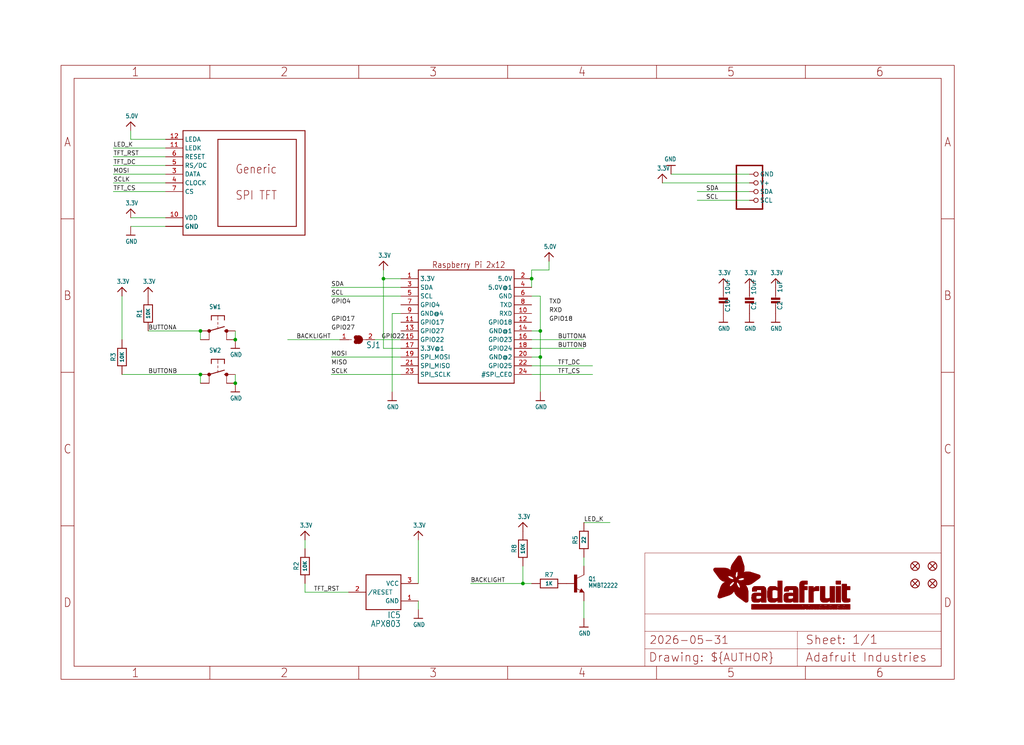
<source format=kicad_sch>
(kicad_sch (version 20230121) (generator eeschema)
  (paper "User" 298.45 217.322)
  (lib_symbols
    (symbol "working-eagle-import:3.3V" (power)
      (property "Value" "3.3V" (at -1.524 1.016 0))
      (symbol "3.3V_1_0"
        (pin power_in line (at 0 -2.54 90) (length 2.54) (name "3.3V") (number "1"))
      )
    )
    (symbol "working-eagle-import:5.0V" (power)
      (property "Value" "5.0V" (at -1.524 1.016 0))
      (symbol "5.0V_1_0"
        (pin power_in line (at 0 -2.54 90) (length 2.54) (name "5.0V") (number "1"))
      )
    )
    (symbol "working-eagle-import:AXP083-SAG"
      (property "Reference" "IC" (at -5.08 -7.62 0))
      (symbol "AXP083-SAG_1_0"
        (pin power_in line (at -10.16 -2.54 0) (length 5.08) (name "GND") (number "1"))
        (pin output line (at 10.16 0 180) (length 5.08) (name "/RESET") (number "2"))
        (pin power_in line (at -10.16 2.54 0) (length 5.08) (name "VCC") (number "3"))
      )
    )
    (symbol "working-eagle-import:CAP_CERAMIC0603_NO"
      (property "Reference" "C" (at -2.29 1.25 90))
      (symbol "CAP_CERAMIC0603_NO_1_0"
        (pin passive line (at 0 5.08 270) (length 2.54) (name "1") (number "1"))
        (pin passive line (at 0 -2.54 90) (length 2.54) (name "2") (number "2"))
      )
    )
    (symbol "working-eagle-import:CAP_CERAMIC0805-NOOUTLINE"
      (property "Reference" "C" (at -2.29 1.25 90))
      (symbol "CAP_CERAMIC0805-NOOUTLINE_1_0"
        (pin passive line (at 0 5.08 270) (length 2.54) (name "1") (number "1"))
        (pin passive line (at 0 -2.54 90) (length 2.54) (name "2") (number "2"))
      )
    )
    (symbol "working-eagle-import:DISP_LCD_GENERIC_SPI_1.14IN_13P"
      (symbol "DISP_LCD_GENERIC_SPI_1.14IN_13P_1_0"
        (text "Generic" (at -5.08 2.54 0) (effects (font (size 2.54 2.159)) (justify left bottom)))
        (text "SPI TFT" (at -5.08 -5.08 0) (effects (font (size 2.54 2.159)) (justify left bottom)))
        (pin power_in line (at -25.4 -10.16 0) (length 5.08) (name "VDD") (number "10"))
        (pin input line (at -25.4 10.16 0) (length 5.08) (name "LEDK") (number "11"))
        (pin input line (at -25.4 12.7 0) (length 5.08) (name "LEDA") (number "12"))
        (pin power_in line (at -25.4 -12.7 0) (length 5.08) (name "GND") (number "13"))
        (pin bidirectional line (at -25.4 2.54 0) (length 5.08) (name "DATA") (number "3"))
        (pin input line (at -25.4 0 0) (length 5.08) (name "CLOCK") (number "4"))
        (pin input line (at -25.4 5.08 0) (length 5.08) (name "RS/DC") (number "5"))
        (pin input line (at -25.4 7.62 0) (length 5.08) (name "RESET") (number "6"))
        (pin input line (at -25.4 -2.54 0) (length 5.08) (name "CS") (number "7"))
        (pin power_in line (at -25.4 -12.7 0) (length 5.08) (name "GND") (number "8"))
      )
    )
    (symbol "working-eagle-import:FIDUCIAL_1MM")
    (symbol "working-eagle-import:FRAME_A4_ADAFRUIT"
      (symbol "FRAME_A4_ADAFRUIT_1_0"
        (text "${#}/${##}" (at 230.505 10.16 0) (effects (font (size 2.54 2.54)) (justify left bottom)))
        (text "${AUTHOR}" (at 189.23 5.08 0) (effects (font (size 2.286 2.286)) (justify left bottom)))
        (text "${CURRENT_DATE}" (at 171.45 10.16 0) (effects (font (size 2.286 2.286)) (justify left bottom)))
        (text "${PROJECTNAME}" (at 171.45 15.24 0) (effects (font (size 2.54 2.54)) (justify left bottom)))
        (text "1" (at 21.6958 1.905 0) (effects (font (size 2.54 2.286))))
        (text "1" (at 21.6958 177.165 0) (effects (font (size 2.54 2.286))))
        (text "2" (at 65.0875 1.905 0) (effects (font (size 2.54 2.286))))
        (text "2" (at 65.0875 177.165 0) (effects (font (size 2.54 2.286))))
        (text "3" (at 108.4792 1.905 0) (effects (font (size 2.54 2.286))))
        (text "3" (at 108.4792 177.165 0) (effects (font (size 2.54 2.286))))
        (text "4" (at 151.8708 1.905 0) (effects (font (size 2.54 2.286))))
        (text "4" (at 151.8708 177.165 0) (effects (font (size 2.54 2.286))))
        (text "5" (at 195.2625 1.905 0) (effects (font (size 2.54 2.286))))
        (text "5" (at 195.2625 177.165 0) (effects (font (size 2.54 2.286))))
        (text "6" (at 238.6542 1.905 0) (effects (font (size 2.54 2.286))))
        (text "6" (at 238.6542 177.165 0) (effects (font (size 2.54 2.286))))
        (text "A" (at 1.905 156.6863 0) (effects (font (size 2.54 2.286))))
        (text "A" (at 258.445 156.6863 0) (effects (font (size 2.54 2.286))))
        (text "Adafruit Industries" (at 216.916 4.953 0) (effects (font (size 2.54 2.54)) (justify left bottom)))
        (text "B" (at 1.905 111.9188 0) (effects (font (size 2.54 2.286))))
        (text "B" (at 258.445 111.9188 0) (effects (font (size 2.54 2.286))))
        (text "C" (at 1.905 67.1513 0) (effects (font (size 2.54 2.286))))
        (text "C" (at 258.445 67.1513 0) (effects (font (size 2.54 2.286))))
        (text "D" (at 1.905 22.3838 0) (effects (font (size 2.54 2.286))))
        (text "D" (at 258.445 22.3838 0) (effects (font (size 2.54 2.286))))
        (text "Drawing:" (at 171.196 4.953 0) (effects (font (size 2.54 2.54)) (justify left bottom)))
        (text "Sheet:" (at 216.916 10.033 0) (effects (font (size 2.54 2.54)) (justify left bottom)))
      )
    )
    (symbol "working-eagle-import:GND" (power)
      (property "Value" "GND" (at -1.524 -2.54 0))
      (symbol "GND_1_0"
        (pin power_in line (at 0 2.54 270) (length 2.54) (name "GND") (number "1"))
      )
    )
    (symbol "working-eagle-import:RASPBERRYPI_2X12_THMSMT"
      (symbol "RASPBERRYPI_2X12_THMSMT_1_0"
        (text "Raspberry Pi 2x12" (at 12.7 17.78 0) (effects (font (size 1.778 1.5113)) (justify right top)))
        (pin power_in line (at -17.78 12.7 0) (length 5.08) (name "3.3V") (number "1"))
        (pin bidirectional line (at 20.32 2.54 180) (length 5.08) (name "RXD") (number "10"))
        (pin bidirectional line (at -17.78 0 0) (length 5.08) (name "GPIO17") (number "11"))
        (pin bidirectional line (at 20.32 0 180) (length 5.08) (name "GPIO18") (number "12"))
        (pin bidirectional line (at -17.78 -2.54 0) (length 5.08) (name "GPIO27") (number "13"))
        (pin power_in line (at 20.32 -2.54 180) (length 5.08) (name "GND@1") (number "14"))
        (pin bidirectional line (at -17.78 -5.08 0) (length 5.08) (name "GPIO22") (number "15"))
        (pin bidirectional line (at 20.32 -5.08 180) (length 5.08) (name "GPIO23") (number "16"))
        (pin power_in line (at -17.78 -7.62 0) (length 5.08) (name "3.3V@1") (number "17"))
        (pin bidirectional line (at 20.32 -7.62 180) (length 5.08) (name "GPIO24") (number "18"))
        (pin bidirectional line (at -17.78 -10.16 0) (length 5.08) (name "SPI_MOSI") (number "19"))
        (pin power_in line (at 20.32 12.7 180) (length 5.08) (name "5.0V") (number "2"))
        (pin power_in line (at 20.32 -10.16 180) (length 5.08) (name "GND@2") (number "20"))
        (pin bidirectional line (at -17.78 -12.7 0) (length 5.08) (name "SPI_MISO") (number "21"))
        (pin bidirectional line (at 20.32 -12.7 180) (length 5.08) (name "GPIO25") (number "22"))
        (pin bidirectional line (at -17.78 -15.24 0) (length 5.08) (name "SPI_SCLK") (number "23"))
        (pin bidirectional line (at 20.32 -15.24 180) (length 5.08) (name "#SPI_CE0") (number "24"))
        (pin bidirectional line (at -17.78 10.16 0) (length 5.08) (name "SDA") (number "3"))
        (pin power_in line (at 20.32 10.16 180) (length 5.08) (name "5.0V@1") (number "4"))
        (pin bidirectional line (at -17.78 7.62 0) (length 5.08) (name "SCL") (number "5"))
        (pin power_in line (at 20.32 7.62 180) (length 5.08) (name "GND") (number "6"))
        (pin bidirectional line (at -17.78 5.08 0) (length 5.08) (name "GPIO4") (number "7"))
        (pin bidirectional line (at 20.32 5.08 180) (length 5.08) (name "TXD") (number "8"))
        (pin power_in line (at -17.78 2.54 0) (length 5.08) (name "GND@4") (number "9"))
      )
    )
    (symbol "working-eagle-import:RESISTOR_0603_NOOUT"
      (property "Reference" "R" (at 0 2.54 0))
      (symbol "RESISTOR_0603_NOOUT_1_0"
        (pin passive line (at -5.08 0 0) (length 2.54) (name "1") (number "1"))
        (pin passive line (at 5.08 0 180) (length 2.54) (name "2") (number "2"))
      )
    )
    (symbol "working-eagle-import:SOLDERJUMPER_CLOSED"
      (property "Reference" "SJ" (at -2.54 2.54 0))
      (symbol "SOLDERJUMPER_CLOSED_1_0"
        (pin passive line (at -5.08 0 0) (length 2.54) (name "1") (number "1"))
        (pin passive line (at 5.08 0 180) (length 2.54) (name "2") (number "2"))
      )
    )
    (symbol "working-eagle-import:STEMMA_I2C_QT"
      (symbol "STEMMA_I2C_QT_1_0"
        (pin passive inverted (at 0 5.08 0) (length 2.54) (name "GND") (number "1"))
        (pin passive inverted (at 0 2.54 0) (length 2.54) (name "V+") (number "2"))
        (pin passive inverted (at 0 0 0) (length 2.54) (name "SDA") (number "3"))
        (pin passive inverted (at 0 -2.54 0) (length 2.54) (name "SCL") (number "4"))
      )
      (symbol "STEMMA_I2C_QT_2_0"
        (pin bidirectional line (at 0 0 0) (length 5.08) (name "MT") (number "MT1"))
      )
      (symbol "STEMMA_I2C_QT_3_0"
        (pin bidirectional line (at 0 0 0) (length 5.08) (name "MT") (number "MT2"))
      )
    )
    (symbol "working-eagle-import:SWITCH_TACT_SMT_EVQQ2_SMALL"
      (property "Reference" "SW" (at -2.54 6.35 0))
      (symbol "SWITCH_TACT_SMT_EVQQ2_SMALL_1_0"
        (pin passive line (at -5.08 0 0) (length 2.54) (name "P") (number "A"))
        (pin passive line (at -5.08 -2.54 0) (length 2.54) (name "P1") (number "A'"))
        (pin passive line (at 5.08 0 180) (length 2.54) (name "S") (number "B"))
        (pin passive line (at 5.08 -2.54 180) (length 2.54) (name "S1") (number "B'"))
      )
    )
    (symbol "working-eagle-import:TRANSISTOR_NPNWIDE"
      (property "Reference" "Q" (at 1.27 0.635 0))
      (symbol "TRANSISTOR_NPNWIDE_1_0"
        (pin passive line (at -5.08 0 0) (length 2.54) (name "B") (number "1"))
        (pin passive line (at 0 -5.08 90) (length 2.54) (name "E") (number "2"))
        (pin passive line (at 0 5.08 270) (length 2.54) (name "C") (number "3"))
      )
    )
  )
  (junction (at 157.48 104.14))
  (junction (at 58.42 109.22))
  (junction (at 68.58 111.76))
  (junction (at 58.42 96.52))
  (junction (at 152.4 170.18))
  (junction (at 111.76 81.28))
  (junction (at 68.58 99.06))
  (junction (at 157.48 96.52))
  (junction (at 154.94 81.28))
  (wire (pts (xy 58.42 96.52) (xy 43.18 96.52)) (stroke (width 0.1524)))
  (wire (pts (xy 33.02 55.88) (xy 48.26 55.88)) (stroke (width 0.1524)))
  (wire (pts (xy 116.84 99.06) (xy 109.22 99.06)) (stroke (width 0.1524)))
  (wire (pts (xy 68.58 96.52) (xy 68.58 99.06)) (stroke (width 0.1524)))
  (wire (pts (xy 154.94 101.6) (xy 170.18 101.6)) (stroke (width 0.1524)))
  (wire (pts (xy 154.94 96.52) (xy 157.48 96.52)) (stroke (width 0.1524)))
  (wire (pts (xy 154.94 104.14) (xy 157.48 104.14)) (stroke (width 0.1524)))
  (wire (pts (xy 111.76 81.28) (xy 111.76 78.74)) (stroke (width 0.1524)))
  (wire (pts (xy 88.9 172.72) (xy 88.9 170.18)) (stroke (width 0.1524)))
  (wire (pts (xy 88.9 160.02) (xy 88.9 157.48)) (stroke (width 0.1524)))
  (wire (pts (xy 157.48 96.52) (xy 157.48 104.14)) (stroke (width 0.1524)))
  (wire (pts (xy 154.94 170.18) (xy 152.4 170.18)) (stroke (width 0.1524)))
  (wire (pts (xy 218.44 50.8) (xy 195.58 50.8)) (stroke (width 0.1524)))
  (wire (pts (xy 96.52 86.36) (xy 116.84 86.36)) (stroke (width 0.1524)))
  (wire (pts (xy 154.94 106.68) (xy 172.72 106.68)) (stroke (width 0.1524)))
  (wire (pts (xy 58.42 109.22) (xy 58.42 111.76)) (stroke (width 0.1524)))
  (wire (pts (xy 154.94 99.06) (xy 170.18 99.06)) (stroke (width 0.1524)))
  (wire (pts (xy 152.4 165.1) (xy 152.4 170.18)) (stroke (width 0.1524)))
  (wire (pts (xy 203.2 55.88) (xy 218.44 55.88)) (stroke (width 0.1524)))
  (wire (pts (xy 114.3 91.44) (xy 114.3 114.3)) (stroke (width 0.1524)))
  (wire (pts (xy 38.1 66.04) (xy 48.26 66.04)) (stroke (width 0.1524)))
  (wire (pts (xy 152.4 170.18) (xy 137.16 170.18)) (stroke (width 0.1524)))
  (wire (pts (xy 177.8 152.4) (xy 170.18 152.4)) (stroke (width 0.1524)))
  (wire (pts (xy 116.84 109.22) (xy 96.52 109.22)) (stroke (width 0.1524)))
  (wire (pts (xy 101.6 172.72) (xy 88.9 172.72)) (stroke (width 0.1524)))
  (wire (pts (xy 48.26 45.72) (xy 33.02 45.72)) (stroke (width 0.1524)))
  (wire (pts (xy 48.26 48.26) (xy 33.02 48.26)) (stroke (width 0.1524)))
  (wire (pts (xy 96.52 83.82) (xy 116.84 83.82)) (stroke (width 0.1524)))
  (wire (pts (xy 99.06 99.06) (xy 83.82 99.06)) (stroke (width 0.1524)))
  (wire (pts (xy 154.94 78.74) (xy 160.02 78.74)) (stroke (width 0.1524)))
  (wire (pts (xy 35.56 99.06) (xy 35.56 86.36)) (stroke (width 0.1524)))
  (wire (pts (xy 121.92 170.18) (xy 121.92 157.48)) (stroke (width 0.1524)))
  (wire (pts (xy 157.48 104.14) (xy 157.48 114.3)) (stroke (width 0.1524)))
  (wire (pts (xy 154.94 86.36) (xy 157.48 86.36)) (stroke (width 0.1524)))
  (wire (pts (xy 116.84 81.28) (xy 111.76 81.28)) (stroke (width 0.1524)))
  (wire (pts (xy 35.56 109.22) (xy 58.42 109.22)) (stroke (width 0.1524)))
  (wire (pts (xy 48.26 43.18) (xy 33.02 43.18)) (stroke (width 0.1524)))
  (wire (pts (xy 48.26 63.5) (xy 38.1 63.5)) (stroke (width 0.1524)))
  (wire (pts (xy 58.42 99.06) (xy 58.42 96.52)) (stroke (width 0.1524)))
  (wire (pts (xy 154.94 81.28) (xy 154.94 78.74)) (stroke (width 0.1524)))
  (wire (pts (xy 48.26 53.34) (xy 33.02 53.34)) (stroke (width 0.1524)))
  (wire (pts (xy 170.18 175.26) (xy 170.18 180.34)) (stroke (width 0.1524)))
  (wire (pts (xy 160.02 78.74) (xy 160.02 76.2)) (stroke (width 0.1524)))
  (wire (pts (xy 121.92 175.26) (xy 121.92 177.8)) (stroke (width 0.1524)))
  (wire (pts (xy 157.48 86.36) (xy 157.48 96.52)) (stroke (width 0.1524)))
  (wire (pts (xy 96.52 104.14) (xy 116.84 104.14)) (stroke (width 0.1524)))
  (wire (pts (xy 218.44 53.34) (xy 193.04 53.34)) (stroke (width 0.1524)))
  (wire (pts (xy 203.2 58.42) (xy 218.44 58.42)) (stroke (width 0.1524)))
  (wire (pts (xy 68.58 109.22) (xy 68.58 111.76)) (stroke (width 0.1524)))
  (wire (pts (xy 38.1 40.64) (xy 38.1 38.1)) (stroke (width 0.1524)))
  (wire (pts (xy 116.84 91.44) (xy 114.3 91.44)) (stroke (width 0.1524)))
  (wire (pts (xy 48.26 40.64) (xy 38.1 40.64)) (stroke (width 0.1524)))
  (wire (pts (xy 154.94 83.82) (xy 154.94 81.28)) (stroke (width 0.1524)))
  (wire (pts (xy 154.94 109.22) (xy 172.72 109.22)) (stroke (width 0.1524)))
  (wire (pts (xy 111.76 101.6) (xy 111.76 81.28)) (stroke (width 0.1524)))
  (wire (pts (xy 170.18 162.56) (xy 170.18 165.1)) (stroke (width 0.1524)))
  (wire (pts (xy 33.02 50.8) (xy 48.26 50.8)) (stroke (width 0.1524)))
  (wire (pts (xy 116.84 101.6) (xy 111.76 101.6)) (stroke (width 0.1524)))
  (label "TFT_RST" (at 33.02 45.72 0) (effects (font (size 1.2446 1.2446))))
  (label "MISO" (at 96.52 106.68 0) (effects (font (size 1.2446 1.2446))))
  (label "SCLK" (at 96.52 109.22 0) (effects (font (size 1.2446 1.2446))))
  (label "SDA" (at 205.74 55.88 0) (effects (font (size 1.2446 1.2446))))
  (label "RXD" (at 160.02 91.44 0) (effects (font (size 1.2446 1.2446))))
  (label "TFT_RST" (at 91.44 172.72 0) (effects (font (size 1.2446 1.2446))))
  (label "TXD" (at 160.02 88.9 0) (effects (font (size 1.2446 1.2446))))
  (label "SCLK" (at 33.02 53.34 0) (effects (font (size 1.2446 1.2446))))
  (label "GPIO27" (at 96.52 96.52 0) (effects (font (size 1.2446 1.2446))))
  (label "SDA" (at 96.52 83.82 0) (effects (font (size 1.2446 1.2446))))
  (label "TFT_DC" (at 33.02 48.26 0) (effects (font (size 1.2446 1.2446))))
  (label "BUTTONB" (at 162.56 101.6 0) (effects (font (size 1.2446 1.2446))))
  (label "GPIO18" (at 160.02 93.98 0) (effects (font (size 1.2446 1.2446))))
  (label "LED_K" (at 33.02 43.18 0) (effects (font (size 1.2446 1.2446))))
  (label "MOSI" (at 33.02 50.8 0) (effects (font (size 1.2446 1.2446))))
  (label "SCL" (at 96.52 86.36 0) (effects (font (size 1.2446 1.2446))))
  (label "TFT_CS" (at 33.02 55.88 0) (effects (font (size 1.2446 1.2446))))
  (label "BUTTONA" (at 162.56 99.06 0) (effects (font (size 1.2446 1.2446))))
  (label "TFT_DC" (at 162.56 106.68 0) (effects (font (size 1.2446 1.2446))))
  (label "GPIO17" (at 96.52 93.98 0) (effects (font (size 1.2446 1.2446))))
  (label "TFT_CS" (at 162.56 109.22 0) (effects (font (size 1.2446 1.2446))))
  (label "BUTTONA" (at 43.18 96.52 0) (effects (font (size 1.2446 1.2446))))
  (label "SCL" (at 205.74 58.42 0) (effects (font (size 1.2446 1.2446))))
  (label "BUTTONB" (at 43.18 109.22 0) (effects (font (size 1.2446 1.2446))))
  (label "MOSI" (at 96.52 104.14 0) (effects (font (size 1.2446 1.2446))))
  (label "BACKLIGHT" (at 137.16 170.18 0) (effects (font (size 1.2446 1.2446))))
  (label "BACKLIGHT" (at 86.36 99.06 0) (effects (font (size 1.2446 1.2446))))
  (label "LED_K" (at 170.18 152.4 0) (effects (font (size 1.2446 1.2446))))
  (label "GPIO22" (at 111.125 99.06 0) (effects (font (size 1.2446 1.2446))))
  (label "GPIO4" (at 96.52 88.9 0) (effects (font (size 1.2446 1.2446))))
  (symbol (lib_id "working-eagle-import:RESISTOR_0603_NOOUT") (at 152.4 160.02 90) (unit 1)
    (property "Reference" "R8" (at 149.86 160.02 0))
    (property "Value" "10K" (at 152.4 160.02 0) (effects (font (size 1.016 1.016) bold)))
    (property "Footprint" "working:0603-NO" (effects hide))
  )
  (symbol (lib_id "working-eagle-import:GND") (at 68.58 101.6 0) (unit 1)
    (property "Reference" "#U$11" (effects hide))
    (property "Value" "GND" (at 67.056 104.14 0) (effects (font (size 1.27 1.0795)) (justify left bottom)))
  )
  (symbol (lib_id "working-eagle-import:3.3V") (at 152.4 152.4 0) (unit 1)
    (property "Reference" "#U$30" (effects hide))
    (property "Value" "3.3V" (at 150.876 151.384 0) (effects (font (size 1.27 1.0795)) (justify left bottom)))
  )
  (symbol (lib_id "working-eagle-import:3.3V") (at 210.82 81.28 0) (unit 1)
    (property "Reference" "#U$22" (effects hide))
    (property "Value" "3.3V" (at 209.296 80.264 0) (effects (font (size 1.27 1.0795)) (justify left bottom)))
  )
  (symbol (lib_id "working-eagle-import:GND") (at 170.18 182.88 0) (unit 1)
    (property "Reference" "#U$29" (effects hide))
    (property "Value" "GND" (at 168.656 185.42 0) (effects (font (size 1.27 1.0795)) (justify left bottom)))
  )
  (symbol (lib_id "working-eagle-import:RESISTOR_0603_NOOUT") (at 88.9 165.1 90) (unit 1)
    (property "Reference" "R2" (at 86.36 165.1 0))
    (property "Value" "10K" (at 88.9 165.1 0) (effects (font (size 1.016 1.016) bold)))
    (property "Footprint" "working:0603-NO" (effects hide))
  )
  (symbol (lib_id "working-eagle-import:TRANSISTOR_NPNWIDE") (at 170.18 170.18 0) (unit 1)
    (property "Reference" "Q1" (at 171.45 169.545 0) (effects (font (size 1.27 1.0795)) (justify left bottom)))
    (property "Value" "MMBT2222" (at 171.45 171.45 0) (effects (font (size 1.27 1.0795)) (justify left bottom)))
    (property "Footprint" "working:SOT23-WIDE" (effects hide))
  )
  (symbol (lib_id "working-eagle-import:FIDUCIAL_1MM") (at 266.7 165.1 0) (unit 1)
    (property "Reference" "FID2" (effects hide))
    (property "Value" "FIDUCIAL_1MM" (effects hide))
    (property "Footprint" "working:FIDUCIAL_1MM" (effects hide))
  )
  (symbol (lib_id "working-eagle-import:3.3V") (at 43.18 83.82 0) (unit 1)
    (property "Reference" "#U$12" (effects hide))
    (property "Value" "3.3V" (at 41.656 82.804 0) (effects (font (size 1.27 1.0795)) (justify left bottom)))
  )
  (symbol (lib_id "working-eagle-import:CAP_CERAMIC0805-NOOUTLINE") (at 218.44 86.36 180) (unit 1)
    (property "Reference" "C1" (at 219.69 89.15 90))
    (property "Value" "10uF" (at 219.69 83.58 90))
    (property "Footprint" "working:0805-NO" (effects hide))
  )
  (symbol (lib_id "working-eagle-import:GND") (at 226.06 93.98 0) (unit 1)
    (property "Reference" "#U$18" (effects hide))
    (property "Value" "GND" (at 224.536 96.52 0) (effects (font (size 1.27 1.0795)) (justify left bottom)))
  )
  (symbol (lib_id "working-eagle-import:3.3V") (at 226.06 81.28 0) (unit 1)
    (property "Reference" "#U$16" (effects hide))
    (property "Value" "3.3V" (at 224.536 80.264 0) (effects (font (size 1.27 1.0795)) (justify left bottom)))
  )
  (symbol (lib_id "working-eagle-import:SOLDERJUMPER_CLOSED") (at 104.14 99.06 0) (unit 1)
    (property "Reference" "SJ1" (at 106.68 101.6 0) (effects (font (size 1.778 1.5113)) (justify left bottom)))
    (property "Value" "SOLDERJUMPER_CLOSED" (effects hide))
    (property "Footprint" "working:SOLDERJUMPER_CLOSEDWIRE" (effects hide))
  )
  (symbol (lib_id "working-eagle-import:3.3V") (at 35.56 83.82 0) (unit 1)
    (property "Reference" "#U$14" (effects hide))
    (property "Value" "3.3V" (at 34.036 82.804 0) (effects (font (size 1.27 1.0795)) (justify left bottom)))
  )
  (symbol (lib_id "working-eagle-import:5.0V") (at 160.02 73.66 0) (unit 1)
    (property "Reference" "#U$8" (effects hide))
    (property "Value" "5.0V" (at 158.496 72.644 0) (effects (font (size 1.27 1.0795)) (justify left bottom)))
  )
  (symbol (lib_id "working-eagle-import:RESISTOR_0603_NOOUT") (at 43.18 91.44 90) (unit 1)
    (property "Reference" "R1" (at 40.64 91.44 0))
    (property "Value" "10K" (at 43.18 91.44 0) (effects (font (size 1.016 1.016) bold)))
    (property "Footprint" "working:0603-NO" (effects hide))
  )
  (symbol (lib_id "working-eagle-import:SWITCH_TACT_SMT_EVQQ2_SMALL") (at 63.5 109.22 0) (unit 1)
    (property "Reference" "SW2" (at 60.96 102.87 0) (effects (font (size 1.27 1.0795)) (justify left bottom)))
    (property "Value" "SWITCH_TACT_SMT_EVQQ2_SMALL" (effects hide))
    (property "Footprint" "working:EVQ-Q2_SMALLER" (effects hide))
  )
  (symbol (lib_id "working-eagle-import:GND") (at 68.58 114.3 0) (unit 1)
    (property "Reference" "#U$10" (effects hide))
    (property "Value" "GND" (at 67.056 116.84 0) (effects (font (size 1.27 1.0795)) (justify left bottom)))
  )
  (symbol (lib_id "working-eagle-import:GND") (at 157.48 116.84 0) (unit 1)
    (property "Reference" "#U$3" (effects hide))
    (property "Value" "GND" (at 155.956 119.38 0) (effects (font (size 1.27 1.0795)) (justify left bottom)))
  )
  (symbol (lib_id "working-eagle-import:GND") (at 218.44 93.98 0) (unit 1)
    (property "Reference" "#U$27" (effects hide))
    (property "Value" "GND" (at 216.916 96.52 0) (effects (font (size 1.27 1.0795)) (justify left bottom)))
  )
  (symbol (lib_id "working-eagle-import:RASPBERRYPI_2X12_THMSMT") (at 134.62 93.98 0) (unit 1)
    (property "Reference" "RASPI1" (effects hide))
    (property "Value" "RASPBERRYPI_2X12_THMSMT" (effects hide))
    (property "Footprint" "working:RASPBERRYPI_2X12_THMSMT" (effects hide))
  )
  (symbol (lib_id "working-eagle-import:GND") (at 38.1 68.58 0) (unit 1)
    (property "Reference" "#U$5" (effects hide))
    (property "Value" "GND" (at 36.576 71.12 0) (effects (font (size 1.27 1.0795)) (justify left bottom)))
  )
  (symbol (lib_id "working-eagle-import:DISP_LCD_GENERIC_SPI_1.14IN_13P") (at 73.66 53.34 0) (unit 1)
    (property "Reference" "DISP1" (effects hide))
    (property "Value" "DISP_LCD_GENERIC_SPI_1.14IN_13P" (effects hide))
    (property "Footprint" "working:TFT_1.14IN_240X135_WRAPAROUND" (effects hide))
  )
  (symbol (lib_id "working-eagle-import:3.3V") (at 88.9 154.94 0) (unit 1)
    (property "Reference" "#U$21" (effects hide))
    (property "Value" "3.3V" (at 87.376 153.924 0) (effects (font (size 1.27 1.0795)) (justify left bottom)))
  )
  (symbol (lib_id "working-eagle-import:FIDUCIAL_1MM") (at 271.78 170.18 0) (unit 1)
    (property "Reference" "FID4" (effects hide))
    (property "Value" "FIDUCIAL_1MM" (effects hide))
    (property "Footprint" "working:FIDUCIAL_1MM" (effects hide))
  )
  (symbol (lib_id "working-eagle-import:STEMMA_I2C_QT") (at 218.44 55.88 0) (unit 1)
    (property "Reference" "CONN1" (effects hide))
    (property "Value" "STEMMA_I2C_QT" (effects hide))
    (property "Footprint" "working:JST_SH4" (effects hide))
  )
  (symbol (lib_id "working-eagle-import:3.3V") (at 193.04 50.8 0) (unit 1)
    (property "Reference" "#U$24" (effects hide))
    (property "Value" "3.3V" (at 191.516 49.784 0) (effects (font (size 1.27 1.0795)) (justify left bottom)))
  )
  (symbol (lib_id "working-eagle-import:3.3V") (at 121.92 154.94 0) (unit 1)
    (property "Reference" "#U$31" (effects hide))
    (property "Value" "3.3V" (at 120.396 153.924 0) (effects (font (size 1.27 1.0795)) (justify left bottom)))
  )
  (symbol (lib_id "working-eagle-import:5.0V") (at 38.1 35.56 0) (unit 1)
    (property "Reference" "#U$9" (effects hide))
    (property "Value" "5.0V" (at 36.576 34.544 0) (effects (font (size 1.27 1.0795)) (justify left bottom)))
  )
  (symbol (lib_id "working-eagle-import:FIDUCIAL_1MM") (at 266.7 170.18 0) (unit 1)
    (property "Reference" "FID3" (effects hide))
    (property "Value" "FIDUCIAL_1MM" (effects hide))
    (property "Footprint" "working:FIDUCIAL_1MM" (effects hide))
  )
  (symbol (lib_id "working-eagle-import:3.3V") (at 218.44 81.28 0) (unit 1)
    (property "Reference" "#U$26" (effects hide))
    (property "Value" "3.3V" (at 216.916 80.264 0) (effects (font (size 1.27 1.0795)) (justify left bottom)))
  )
  (symbol (lib_id "working-eagle-import:GND") (at 195.58 48.26 180) (unit 1)
    (property "Reference" "#U$25" (effects hide))
    (property "Value" "GND" (at 197.104 45.72 0) (effects (font (size 1.27 1.0795)) (justify left bottom)))
  )
  (symbol (lib_id "working-eagle-import:CAP_CERAMIC0603_NO") (at 226.06 86.36 180) (unit 1)
    (property "Reference" "C2" (at 227.31 89.15 90))
    (property "Value" "1uF" (at 227.31 83.58 90))
    (property "Footprint" "working:0603-NO" (effects hide))
  )
  (symbol (lib_id "working-eagle-import:FIDUCIAL_1MM") (at 271.78 165.1 0) (unit 1)
    (property "Reference" "FID1" (effects hide))
    (property "Value" "FIDUCIAL_1MM" (effects hide))
    (property "Footprint" "working:FIDUCIAL_1MM" (effects hide))
  )
  (symbol (lib_id "working-eagle-import:3.3V") (at 38.1 60.96 0) (unit 1)
    (property "Reference" "#U$13" (effects hide))
    (property "Value" "3.3V" (at 36.576 59.944 0) (effects (font (size 1.27 1.0795)) (justify left bottom)))
  )
  (symbol (lib_id "working-eagle-import:3.3V") (at 111.76 76.2 0) (unit 1)
    (property "Reference" "#U$2" (effects hide))
    (property "Value" "3.3V" (at 110.236 75.184 0) (effects (font (size 1.27 1.0795)) (justify left bottom)))
  )
  (symbol (lib_id "working-eagle-import:RESISTOR_0603_NOOUT") (at 170.18 157.48 90) (unit 1)
    (property "Reference" "R5" (at 167.64 157.48 0))
    (property "Value" "22" (at 170.18 157.48 0) (effects (font (size 1.016 1.016) bold)))
    (property "Footprint" "working:0603-NO" (effects hide))
  )
  (symbol (lib_id "working-eagle-import:GND") (at 121.92 180.34 0) (unit 1)
    (property "Reference" "#U$17" (effects hide))
    (property "Value" "GND" (at 120.396 182.88 0) (effects (font (size 1.27 1.0795)) (justify left bottom)))
  )
  (symbol (lib_id "working-eagle-import:CAP_CERAMIC0805-NOOUTLINE") (at 210.82 86.36 180) (unit 1)
    (property "Reference" "C10" (at 212.07 89.15 90))
    (property "Value" "10uF" (at 212.07 83.58 90))
    (property "Footprint" "working:0805-NO" (effects hide))
  )
  (symbol (lib_id "working-eagle-import:SWITCH_TACT_SMT_EVQQ2_SMALL") (at 63.5 96.52 0) (unit 1)
    (property "Reference" "SW1" (at 60.96 90.17 0) (effects (font (size 1.27 1.0795)) (justify left bottom)))
    (property "Value" "SWITCH_TACT_SMT_EVQQ2_SMALL" (effects hide))
    (property "Footprint" "working:EVQ-Q2_SMALLER" (effects hide))
  )
  (symbol (lib_id "working-eagle-import:GND") (at 210.82 93.98 0) (unit 1)
    (property "Reference" "#U$23" (effects hide))
    (property "Value" "GND" (at 209.296 96.52 0) (effects (font (size 1.27 1.0795)) (justify left bottom)))
  )
  (symbol (lib_id "working-eagle-import:RESISTOR_0603_NOOUT") (at 35.56 104.14 90) (unit 1)
    (property "Reference" "R3" (at 33.02 104.14 0))
    (property "Value" "10K" (at 35.56 104.14 0) (effects (font (size 1.016 1.016) bold)))
    (property "Footprint" "working:0603-NO" (effects hide))
  )
  (symbol (lib_id "working-eagle-import:FRAME_A4_ADAFRUIT") (at 17.78 198.12 0) (unit 1)
    (property "Reference" "#U$1" (effects hide))
    (property "Value" "FRAME_A4_ADAFRUIT" (effects hide))
  )
  (symbol (lib_id "working-eagle-import:AXP083-SAG") (at 111.76 172.72 0) (mirror y) (unit 1)
    (property "Reference" "IC5" (at 116.84 180.34 0) (effects (font (size 1.778 1.5113)) (justify left bottom)))
    (property "Value" "APX803" (at 116.84 182.88 0) (effects (font (size 1.778 1.5113)) (justify left bottom)))
    (property "Footprint" "working:SOT23" (effects hide))
  )
  (symbol (lib_id "working-eagle-import:GND") (at 114.3 116.84 0) (unit 1)
    (property "Reference" "#U$7" (effects hide))
    (property "Value" "GND" (at 112.776 119.38 0) (effects (font (size 1.27 1.0795)) (justify left bottom)))
  )
  (symbol (lib_id "working-eagle-import:RESISTOR_0603_NOOUT") (at 160.02 170.18 0) (unit 1)
    (property "Reference" "R7" (at 160.02 167.64 0))
    (property "Value" "1K" (at 160.02 170.18 0) (effects (font (size 1.016 1.016) bold)))
    (property "Footprint" "working:0603-NO" (effects hide))
  )
)
</source>
